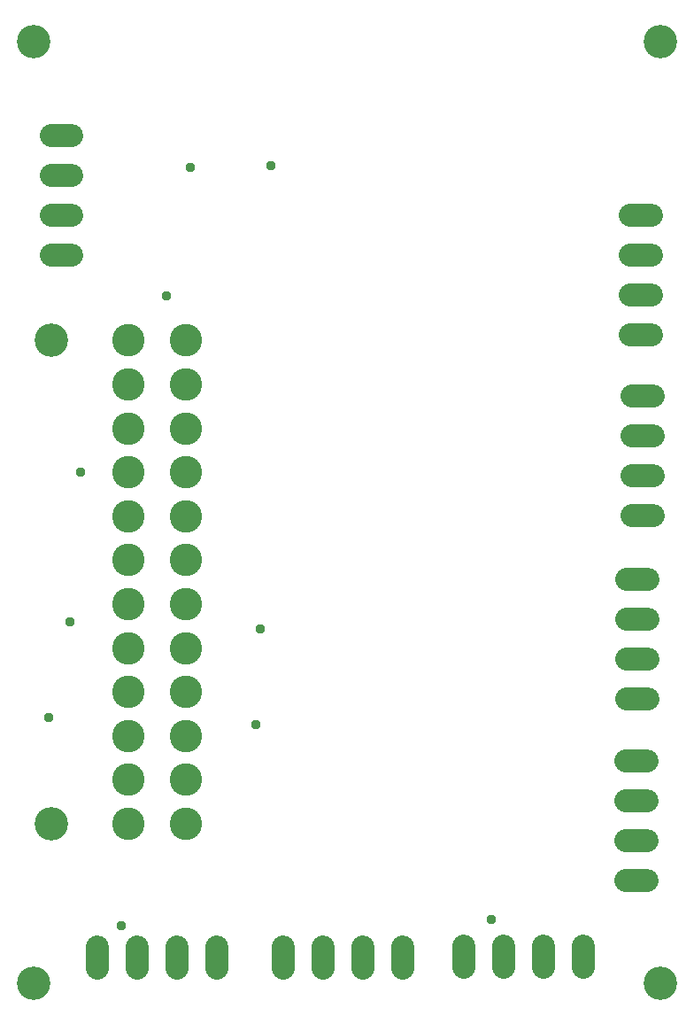
<source format=gbr>
G04 EAGLE Gerber RS-274X export*
G75*
%MOMM*%
%FSLAX34Y34*%
%LPD*%
%INSoldermask Bottom*%
%IPPOS*%
%AMOC8*
5,1,8,0,0,1.08239X$1,22.5*%
G01*
%ADD10C,3.203200*%
%ADD11C,3.103200*%
%ADD12C,2.203200*%
%ADD13C,0.959600*%


D10*
X50000Y950000D03*
X50000Y50000D03*
X650000Y50000D03*
X650000Y950000D03*
D11*
X140600Y202000D03*
X140600Y244000D03*
X140600Y286000D03*
X140600Y328000D03*
X140600Y370000D03*
X140600Y412000D03*
X140600Y454000D03*
X140600Y496000D03*
X140600Y538000D03*
X140600Y580000D03*
X140600Y622000D03*
X140600Y664000D03*
X195600Y202000D03*
X195600Y244000D03*
X195600Y286000D03*
X195600Y328000D03*
X195600Y370000D03*
X195600Y412000D03*
X195600Y454000D03*
X195600Y496000D03*
X195600Y538000D03*
X195600Y580000D03*
X195600Y622000D03*
X195600Y664000D03*
D10*
X67600Y664000D03*
X67600Y202000D03*
D12*
X111000Y84000D02*
X111000Y64000D01*
X149100Y64000D02*
X149100Y84000D01*
X187200Y84000D02*
X187200Y64000D01*
X225300Y64000D02*
X225300Y84000D01*
X617000Y148000D02*
X637000Y148000D01*
X637000Y186100D02*
X617000Y186100D01*
X617000Y224200D02*
X637000Y224200D01*
X637000Y262300D02*
X617000Y262300D01*
X623000Y497000D02*
X643000Y497000D01*
X643000Y535100D02*
X623000Y535100D01*
X623000Y573200D02*
X643000Y573200D01*
X643000Y611300D02*
X623000Y611300D01*
X618000Y321000D02*
X638000Y321000D01*
X638000Y359100D02*
X618000Y359100D01*
X618000Y397200D02*
X638000Y397200D01*
X638000Y435300D02*
X618000Y435300D01*
X621000Y669000D02*
X641000Y669000D01*
X641000Y707100D02*
X621000Y707100D01*
X621000Y745200D02*
X641000Y745200D01*
X641000Y783300D02*
X621000Y783300D01*
X289000Y84000D02*
X289000Y64000D01*
X327100Y64000D02*
X327100Y84000D01*
X365200Y84000D02*
X365200Y64000D01*
X403300Y64000D02*
X403300Y84000D01*
X462000Y85000D02*
X462000Y65000D01*
X500100Y65000D02*
X500100Y85000D01*
X538200Y85000D02*
X538200Y65000D01*
X576300Y65000D02*
X576300Y85000D01*
X87000Y860000D02*
X67000Y860000D01*
X67000Y821900D02*
X87000Y821900D01*
X87000Y783800D02*
X67000Y783800D01*
X67000Y745700D02*
X87000Y745700D01*
D13*
X488000Y111000D03*
X134000Y105000D03*
X263000Y297000D03*
X65000Y304000D03*
X267000Y388000D03*
X85000Y395000D03*
X200000Y829000D03*
X277000Y831000D03*
X177000Y707000D03*
X95000Y538000D03*
M02*

</source>
